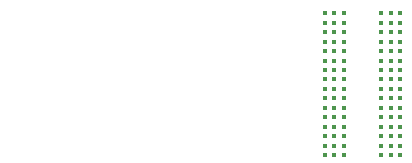
<source format=gbr>
%TF.GenerationSoftware,KiCad,Pcbnew,(5.1.6)-1*%
%TF.CreationDate,2021-04-05T13:25:22+09:00*%
%TF.ProjectId,StreamCam_H3_LTE,53747265-616d-4436-916d-5f48335f4c54,rev?*%
%TF.SameCoordinates,Original*%
%TF.FileFunction,Paste,Top*%
%TF.FilePolarity,Positive*%
%FSLAX46Y46*%
G04 Gerber Fmt 4.6, Leading zero omitted, Abs format (unit mm)*
G04 Created by KiCad (PCBNEW (5.1.6)-1) date 2021-04-05 13:25:22*
%MOMM*%
%LPD*%
G01*
G04 APERTURE LIST*
%ADD10C,0.382500*%
%ADD11C,0.150000*%
G04 APERTURE END LIST*
D10*
%TO.C,U2*%
X138040000Y-121390000D03*
X138840000Y-121390000D03*
X139640000Y-121390000D03*
X142840000Y-121390000D03*
X143640000Y-121390000D03*
X144440000Y-121390000D03*
X138040000Y-122190000D03*
X138840000Y-122190000D03*
X139640000Y-122190000D03*
X142840000Y-122190000D03*
X143640000Y-122190000D03*
X144440000Y-122190000D03*
X138040000Y-122990000D03*
X138840000Y-122990000D03*
X139640000Y-122990000D03*
X142840000Y-122990000D03*
X143640000Y-122990000D03*
X144440000Y-122990000D03*
X138040000Y-123790000D03*
X138840000Y-123790000D03*
X139640000Y-123790000D03*
X142840000Y-123790000D03*
X143640000Y-123790000D03*
X144440000Y-123790000D03*
X138040000Y-124590000D03*
X138840000Y-124590000D03*
X139640000Y-124590000D03*
X142840000Y-124590000D03*
X143640000Y-124590000D03*
X144440000Y-124590000D03*
X138040000Y-125390000D03*
X138840000Y-125390000D03*
X139640000Y-125390000D03*
X142840000Y-125390000D03*
X143640000Y-125390000D03*
X144440000Y-125390000D03*
X138040000Y-126190000D03*
X138840000Y-126190000D03*
X139640000Y-126190000D03*
X142840000Y-126190000D03*
X143640000Y-126190000D03*
X144440000Y-126190000D03*
X138040000Y-126990000D03*
X138840000Y-126990000D03*
X139640000Y-126990000D03*
X142840000Y-126990000D03*
X143640000Y-126990000D03*
X144440000Y-126990000D03*
X138040000Y-127790000D03*
X138840000Y-127790000D03*
X139640000Y-127790000D03*
X142840000Y-127790000D03*
X143640000Y-127790000D03*
X144440000Y-127790000D03*
X138040000Y-128590000D03*
X138840000Y-128590000D03*
X139640000Y-128590000D03*
X142840000Y-128590000D03*
X143640000Y-128590000D03*
X144440000Y-128590000D03*
X138040000Y-129390000D03*
X138840000Y-129390000D03*
X139640000Y-129390000D03*
X142840000Y-129390000D03*
X143640000Y-129390000D03*
X144440000Y-129390000D03*
X138040000Y-130190000D03*
X138840000Y-130190000D03*
X139640000Y-130190000D03*
X142840000Y-130190000D03*
X143640000Y-130190000D03*
X144440000Y-130190000D03*
X138040000Y-130990000D03*
X138840000Y-130990000D03*
X139640000Y-130990000D03*
X142840000Y-130990000D03*
X143640000Y-130990000D03*
X144440000Y-130990000D03*
X138040000Y-131790000D03*
X138840000Y-131790000D03*
X139640000Y-131790000D03*
X142840000Y-131790000D03*
X143640000Y-131790000D03*
X144440000Y-131790000D03*
X138040000Y-132590000D03*
X138840000Y-132590000D03*
X139640000Y-132590000D03*
X142840000Y-132590000D03*
X143640000Y-132590000D03*
X144440000Y-132590000D03*
X138040000Y-133390000D03*
X138840000Y-133390000D03*
X139640000Y-133390000D03*
X142840000Y-133390000D03*
X143640000Y-133390000D03*
X144440000Y-133390000D03*
%TD*%
D11*
%TO.C,U1*%
X111460000Y-120660000D03*
X111460000Y-121310000D03*
X111460000Y-121960000D03*
X111460000Y-122610000D03*
X111460000Y-123910000D03*
X111460000Y-124560000D03*
X111460000Y-125860000D03*
X111460000Y-126510000D03*
X111460000Y-127810000D03*
X111460000Y-128460000D03*
X111460000Y-129760000D03*
X111460000Y-131710000D03*
X111460000Y-132360000D03*
X111460000Y-133010000D03*
X111460000Y-133660000D03*
X112110000Y-120660000D03*
X112110000Y-121310000D03*
X112110000Y-121960000D03*
X112110000Y-122610000D03*
X112110000Y-123260000D03*
X112110000Y-123910000D03*
X112110000Y-124560000D03*
X112110000Y-125210000D03*
X112110000Y-125860000D03*
X112110000Y-126510000D03*
X112110000Y-127160000D03*
X112110000Y-127810000D03*
X112110000Y-128460000D03*
X112110000Y-129110000D03*
X112110000Y-129760000D03*
X112110000Y-130410000D03*
X112110000Y-131060000D03*
X112110000Y-131710000D03*
X112110000Y-132360000D03*
X112110000Y-133010000D03*
X112110000Y-133660000D03*
X112760000Y-120660000D03*
X112760000Y-121310000D03*
X112760000Y-121960000D03*
X112760000Y-122610000D03*
X112760000Y-123260000D03*
X112760000Y-123910000D03*
X112760000Y-125210000D03*
X112760000Y-125860000D03*
X112760000Y-126510000D03*
X112760000Y-127810000D03*
X112760000Y-128460000D03*
X112760000Y-129110000D03*
X112760000Y-130410000D03*
X112760000Y-131060000D03*
X112760000Y-131710000D03*
X112760000Y-132360000D03*
X112760000Y-133010000D03*
X112760000Y-133660000D03*
X113410000Y-120660000D03*
X113410000Y-121310000D03*
X113410000Y-124560000D03*
X113410000Y-125210000D03*
X113410000Y-126510000D03*
X113410000Y-127810000D03*
X113410000Y-130410000D03*
X113410000Y-131060000D03*
X113410000Y-131710000D03*
X113410000Y-133010000D03*
X114060000Y-120660000D03*
X114060000Y-121310000D03*
X114060000Y-121960000D03*
X114060000Y-122610000D03*
X114060000Y-123910000D03*
X114060000Y-124560000D03*
X114060000Y-127160000D03*
X114060000Y-127810000D03*
X114060000Y-130410000D03*
X114060000Y-131710000D03*
X114060000Y-132360000D03*
X114060000Y-133660000D03*
X114710000Y-121310000D03*
X114710000Y-121960000D03*
X114710000Y-122610000D03*
X114710000Y-123910000D03*
X114710000Y-125210000D03*
X114710000Y-125860000D03*
X114710000Y-126510000D03*
X114710000Y-127810000D03*
X114710000Y-129110000D03*
X114710000Y-129760000D03*
X114710000Y-130410000D03*
X114710000Y-131060000D03*
X114710000Y-131710000D03*
X114710000Y-132360000D03*
X114710000Y-133660000D03*
X115360000Y-120660000D03*
X115360000Y-121310000D03*
X115360000Y-121960000D03*
X115360000Y-123910000D03*
X115360000Y-124560000D03*
X115360000Y-125210000D03*
X115360000Y-125860000D03*
X115360000Y-126510000D03*
X115360000Y-127810000D03*
X115360000Y-128460000D03*
X115360000Y-129110000D03*
X115360000Y-129760000D03*
X115360000Y-130410000D03*
X115360000Y-133010000D03*
X116010000Y-120660000D03*
X116010000Y-121310000D03*
X116010000Y-121960000D03*
X116010000Y-122610000D03*
X116010000Y-123260000D03*
X116010000Y-123910000D03*
X116010000Y-124560000D03*
X116010000Y-125210000D03*
X116010000Y-125860000D03*
X116010000Y-126510000D03*
X116010000Y-127160000D03*
X116010000Y-127810000D03*
X116010000Y-128460000D03*
X116010000Y-129110000D03*
X116010000Y-129760000D03*
X116010000Y-130410000D03*
X116010000Y-133010000D03*
X116010000Y-133660000D03*
X116660000Y-121310000D03*
X116660000Y-121960000D03*
X116660000Y-124560000D03*
X116660000Y-125860000D03*
X116660000Y-126510000D03*
X116660000Y-127160000D03*
X116660000Y-127810000D03*
X116660000Y-128460000D03*
X116660000Y-129110000D03*
X116660000Y-129760000D03*
X116660000Y-130410000D03*
X116660000Y-131060000D03*
X116660000Y-132360000D03*
X116660000Y-133010000D03*
X116660000Y-133660000D03*
X117310000Y-120660000D03*
X117310000Y-121310000D03*
X117310000Y-121960000D03*
X117310000Y-122610000D03*
X117310000Y-123260000D03*
X117310000Y-123910000D03*
X117310000Y-124560000D03*
X117310000Y-125210000D03*
X117310000Y-125860000D03*
X117310000Y-126510000D03*
X117310000Y-127160000D03*
X117310000Y-127810000D03*
X117310000Y-128460000D03*
X117310000Y-129110000D03*
X117310000Y-129760000D03*
X117310000Y-130410000D03*
X117310000Y-131710000D03*
X117310000Y-133010000D03*
X117960000Y-120660000D03*
X117960000Y-121310000D03*
X117960000Y-121960000D03*
X117960000Y-122610000D03*
X117960000Y-123260000D03*
X117960000Y-123910000D03*
X117960000Y-124560000D03*
X117960000Y-125210000D03*
X117960000Y-125860000D03*
X117960000Y-126510000D03*
X117960000Y-127160000D03*
X117960000Y-127810000D03*
X117960000Y-128460000D03*
X117960000Y-129110000D03*
X117960000Y-129760000D03*
X117960000Y-130410000D03*
X117960000Y-131060000D03*
X117960000Y-131710000D03*
X117960000Y-132360000D03*
X117960000Y-133010000D03*
X117960000Y-133660000D03*
X118610000Y-121310000D03*
X118610000Y-121960000D03*
X118610000Y-124560000D03*
X118610000Y-125210000D03*
X118610000Y-125860000D03*
X118610000Y-126510000D03*
X118610000Y-127160000D03*
X118610000Y-127810000D03*
X118610000Y-128460000D03*
X118610000Y-129110000D03*
X118610000Y-129760000D03*
X118610000Y-130410000D03*
X118610000Y-131710000D03*
X118610000Y-132360000D03*
X118610000Y-133010000D03*
X118610000Y-133660000D03*
X119260000Y-120660000D03*
X119260000Y-121310000D03*
X119260000Y-121960000D03*
X119260000Y-122610000D03*
X119260000Y-123260000D03*
X119260000Y-123910000D03*
X119260000Y-124560000D03*
X119260000Y-125210000D03*
X119260000Y-125860000D03*
X119260000Y-126510000D03*
X119260000Y-127160000D03*
X119260000Y-127810000D03*
X119260000Y-128460000D03*
X119260000Y-129110000D03*
X119260000Y-129760000D03*
X119260000Y-130410000D03*
X119260000Y-131710000D03*
X119260000Y-132360000D03*
X119260000Y-133010000D03*
X119910000Y-120660000D03*
X119910000Y-121310000D03*
X119910000Y-121960000D03*
X119910000Y-123260000D03*
X119910000Y-123910000D03*
X119910000Y-124560000D03*
X119910000Y-125210000D03*
X119910000Y-125860000D03*
X119910000Y-126510000D03*
X119910000Y-127160000D03*
X119910000Y-127810000D03*
X119910000Y-128460000D03*
X119910000Y-129110000D03*
X119910000Y-129760000D03*
X119910000Y-130410000D03*
X119910000Y-133010000D03*
X119910000Y-133660000D03*
X120560000Y-121310000D03*
X120560000Y-121960000D03*
X120560000Y-122610000D03*
X120560000Y-123260000D03*
X120560000Y-124560000D03*
X120560000Y-125210000D03*
X120560000Y-125860000D03*
X120560000Y-126510000D03*
X120560000Y-127160000D03*
X120560000Y-127810000D03*
X120560000Y-128460000D03*
X120560000Y-129110000D03*
X120560000Y-130410000D03*
X120560000Y-131060000D03*
X120560000Y-131710000D03*
X120560000Y-132360000D03*
X120560000Y-133010000D03*
X120560000Y-133660000D03*
X121210000Y-120660000D03*
X121210000Y-121310000D03*
X121210000Y-121960000D03*
X121210000Y-123260000D03*
X121210000Y-123910000D03*
X121210000Y-125210000D03*
X121210000Y-125860000D03*
X121210000Y-126510000D03*
X121210000Y-127160000D03*
X121210000Y-127810000D03*
X121210000Y-128460000D03*
X121210000Y-129110000D03*
X121210000Y-129760000D03*
X121210000Y-130410000D03*
X121210000Y-131060000D03*
X121210000Y-133010000D03*
X121860000Y-120660000D03*
X121860000Y-121310000D03*
X121860000Y-121960000D03*
X121860000Y-122610000D03*
X121860000Y-123910000D03*
X121860000Y-125210000D03*
X121860000Y-126510000D03*
X121860000Y-127160000D03*
X121860000Y-128460000D03*
X121860000Y-129110000D03*
X121860000Y-129760000D03*
X121860000Y-130410000D03*
X121860000Y-131710000D03*
X121860000Y-132360000D03*
X121860000Y-133010000D03*
X121860000Y-133660000D03*
X122510000Y-121310000D03*
X122510000Y-121960000D03*
X122510000Y-123260000D03*
X122510000Y-123910000D03*
X122510000Y-124560000D03*
X122510000Y-125210000D03*
X122510000Y-126510000D03*
X122510000Y-127160000D03*
X122510000Y-129760000D03*
X122510000Y-130410000D03*
X122510000Y-131060000D03*
X122510000Y-132360000D03*
X122510000Y-133010000D03*
X122510000Y-133660000D03*
X123160000Y-120660000D03*
X123160000Y-121310000D03*
X123160000Y-121960000D03*
X123160000Y-122610000D03*
X123160000Y-123260000D03*
X123160000Y-123910000D03*
X123160000Y-125210000D03*
X123160000Y-125860000D03*
X123160000Y-127160000D03*
X123160000Y-127810000D03*
X123160000Y-128460000D03*
X123160000Y-129110000D03*
X123160000Y-129760000D03*
X123160000Y-131060000D03*
X123160000Y-131710000D03*
X123160000Y-133010000D03*
X123160000Y-133660000D03*
X123810000Y-120660000D03*
X123810000Y-121310000D03*
X123810000Y-121960000D03*
X123810000Y-122610000D03*
X123810000Y-123260000D03*
X123810000Y-123910000D03*
X123810000Y-124560000D03*
X123810000Y-125210000D03*
X123810000Y-125860000D03*
X123810000Y-126510000D03*
X123810000Y-127160000D03*
X123810000Y-127810000D03*
X123810000Y-128460000D03*
X123810000Y-129110000D03*
X123810000Y-129760000D03*
X123810000Y-130410000D03*
X123810000Y-131060000D03*
X123810000Y-131710000D03*
X123810000Y-132360000D03*
X123810000Y-133010000D03*
X123810000Y-133660000D03*
X124460000Y-120660000D03*
X124460000Y-121310000D03*
X124460000Y-121960000D03*
X124460000Y-123260000D03*
X124460000Y-123910000D03*
X124460000Y-125210000D03*
X124460000Y-125860000D03*
X124460000Y-127160000D03*
X124460000Y-127810000D03*
X124460000Y-129110000D03*
X124460000Y-129760000D03*
X124460000Y-131060000D03*
X124460000Y-131710000D03*
X124460000Y-132360000D03*
X124460000Y-133010000D03*
X124460000Y-133660000D03*
%TD*%
M02*

</source>
